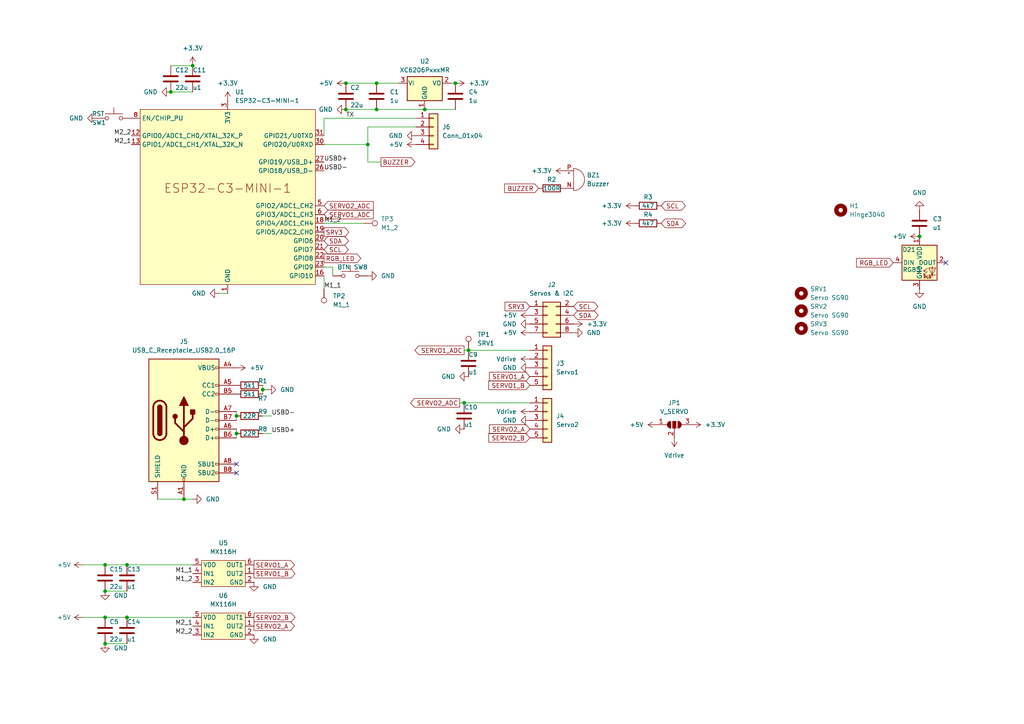
<source format=kicad_sch>
(kicad_sch (version 20250114) (generator "eeschema") (generator_version "9.0")
  (paper "A4")
  (lib_symbols
    (symbol "Connector:TestPoint" (pin_numbers (hide yes)) (pin_names (offset 0.762) (hide yes))
      (property "Reference" "TP" (at 0 6.858 0))
      (property "Value" "TestPoint" (at 0 5.08 0))
      (symbol "TestPoint_0_1"
        (circle (center 0 3.302) (radius 0.762))
      )
      (symbol "TestPoint_1_1"
        (pin passive line (at 0 0 90) (length 2.54) (name "1") (number "1"))
      )
    )
    (symbol "Connector:USB_C_Receptacle_USB2.0_16P" (pin_names (offset 1.016))
      (property "Reference" "J" (at 0 22.225 0))
      (property "Value" "USB_C_Receptacle_USB2.0_16P" (at 0 19.685 0))
      (symbol "USB_C_Receptacle_USB2.0_16P_0_0"
        (rectangle (start -0.254 -17.78) (end 0.254 -16.764))
        (rectangle (start 10.16 15.494) (end 9.144 14.986))
        (rectangle (start 10.16 10.414) (end 9.144 9.906))
        (rectangle (start 10.16 7.874) (end 9.144 7.366))
        (rectangle (start 10.16 2.794) (end 9.144 2.286))
        (rectangle (start 10.16 0.254) (end 9.144 -0.254))
        (rectangle (start 10.16 -2.286) (end 9.144 -2.794))
        (rectangle (start 10.16 -4.826) (end 9.144 -5.334))
        (rectangle (start 10.16 -12.446) (end 9.144 -12.954))
        (rectangle (start 10.16 -14.986) (end 9.144 -15.494))
      )
      (symbol "USB_C_Receptacle_USB2.0_16P_0_1"
        (rectangle (start -10.16 17.78) (end 10.16 -17.78) (stroke (width 0.254)) (fill (type background)))
        (polyline (pts (xy -8.89 -3.81) (xy -8.89 3.81)) (stroke (width 0.508)))
        (rectangle (start -7.62 -3.81) (end -6.35 3.81) (stroke (width 0.254)) (fill (type outline)))
        (arc (start -7.62 3.81) (mid -6.985 4.4423) (end -6.35 3.81) (stroke (width 0.254)))
        (arc (start -7.62 3.81) (mid -6.985 4.4423) (end -6.35 3.81) (stroke (width 0.254)) (fill (type outline)))
        (arc (start -8.89 3.81) (mid -6.985 5.7067) (end -5.08 3.81) (stroke (width 0.508)))
        (arc (start -5.08 -3.81) (mid -6.985 -5.7067) (end -8.89 -3.81) (stroke (width 0.508)))
        (arc (start -6.35 -3.81) (mid -6.985 -4.4423) (end -7.62 -3.81) (stroke (width 0.254)))
        (arc (start -6.35 -3.81) (mid -6.985 -4.4423) (end -7.62 -3.81) (stroke (width 0.254)) (fill (type outline)))
        (polyline (pts (xy -5.08 3.81) (xy -5.08 -3.81)) (stroke (width 0.508)))
        (circle (center -2.54 1.143) (radius 0.635) (stroke (width 0.254)) (fill (type outline)))
        (polyline (pts (xy -1.27 4.318) (xy 0 6.858) (xy 1.27 4.318) (xy -1.27 4.318)) (stroke (width 0.254)) (fill (type outline)))
        (polyline (pts (xy 0 -2.032) (xy 2.54 0.508) (xy 2.54 1.778)) (stroke (width 0.508)))
        (polyline (pts (xy 0 -3.302) (xy -2.54 -0.762) (xy -2.54 0.508)) (stroke (width 0.508)))
        (polyline (pts (xy 0 -5.842) (xy 0 4.318)) (stroke (width 0.508)))
        (circle (center 0 -5.842) (radius 1.27) (fill (type outline)))
        (rectangle (start 1.905 1.778) (end 3.175 3.048) (stroke (width 0.254)) (fill (type outline)))
      )
      (symbol "USB_C_Receptacle_USB2.0_16P_1_1"
        (pin passive line (at -7.62 -22.86 90) (length 5.08) (name "SHIELD") (number "S1"))
        (pin passive line (at 0 -22.86 90) (length 5.08) (name "GND") (number "A1"))
        (pin passive line (at 0 -22.86 90) (length 5.08) (hide yes) (name "GND") (number "A12"))
        (pin passive line (at 0 -22.86 90) (length 5.08) (hide yes) (name "GND") (number "B1"))
        (pin passive line (at 0 -22.86 90) (length 5.08) (hide yes) (name "GND") (number "B12"))
        (pin passive line (at 15.24 15.24 180) (length 5.08) (name "VBUS") (number "A4"))
        (pin passive line (at 15.24 15.24 180) (length 5.08) (hide yes) (name "VBUS") (number "A9"))
        (pin passive line (at 15.24 15.24 180) (length 5.08) (hide yes) (name "VBUS") (number "B4"))
        (pin passive line (at 15.24 15.24 180) (length 5.08) (hide yes) (name "VBUS") (number "B9"))
        (pin bidirectional line (at 15.24 10.16 180) (length 5.08) (name "CC1") (number "A5"))
        (pin bidirectional line (at 15.24 7.62 180) (length 5.08) (name "CC2") (number "B5"))
        (pin bidirectional line (at 15.24 2.54 180) (length 5.08) (name "D-") (number "A7"))
        (pin bidirectional line (at 15.24 0 180) (length 5.08) (name "D-") (number "B7"))
        (pin bidirectional line (at 15.24 -2.54 180) (length 5.08) (name "D+") (number "A6"))
        (pin bidirectional line (at 15.24 -5.08 180) (length 5.08) (name "D+") (number "B6"))
        (pin bidirectional line (at 15.24 -12.7 180) (length 5.08) (name "SBU1") (number "A8"))
        (pin bidirectional line (at 15.24 -15.24 180) (length 5.08) (name "SBU2") (number "B8"))
      )
    )
    (symbol "Connector_Generic:Conn_01x04" (pin_names (offset 1.016) (hide yes))
      (property "Reference" "J" (at 0 5.08 0))
      (property "Value" "Conn_01x04" (at 0 -7.62 0))
      (symbol "Conn_01x04_1_1"
        (rectangle (start -1.27 3.81) (end 1.27 -6.35) (stroke (width 0.254)) (fill (type background)))
        (rectangle (start -1.27 2.667) (end 0 2.413) (stroke (width 0.1524)))
        (rectangle (start -1.27 0.127) (end 0 -0.127) (stroke (width 0.1524)))
        (rectangle (start -1.27 -2.413) (end 0 -2.667) (stroke (width 0.1524)))
        (rectangle (start -1.27 -4.953) (end 0 -5.207) (stroke (width 0.1524)))
        (pin passive line (at -5.08 2.54 0) (length 3.81) (name "Pin_1") (number "1"))
        (pin passive line (at -5.08 0 0) (length 3.81) (name "Pin_2") (number "2"))
        (pin passive line (at -5.08 -2.54 0) (length 3.81) (name "Pin_3") (number "3"))
        (pin passive line (at -5.08 -5.08 0) (length 3.81) (name "Pin_4") (number "4"))
      )
    )
    (symbol "Connector_Generic:Conn_01x05" (pin_names (offset 1.016) (hide yes))
      (property "Reference" "J" (at 0 7.62 0))
      (property "Value" "Conn_01x05" (at 0 -7.62 0))
      (symbol "Conn_01x05_1_1"
        (rectangle (start -1.27 6.35) (end 1.27 -6.35) (stroke (width 0.254)) (fill (type background)))
        (rectangle (start -1.27 5.207) (end 0 4.953) (stroke (width 0.1524)))
        (rectangle (start -1.27 2.667) (end 0 2.413) (stroke (width 0.1524)))
        (rectangle (start -1.27 0.127) (end 0 -0.127) (stroke (width 0.1524)))
        (rectangle (start -1.27 -2.413) (end 0 -2.667) (stroke (width 0.1524)))
        (rectangle (start -1.27 -4.953) (end 0 -5.207) (stroke (width 0.1524)))
        (pin passive line (at -5.08 5.08 0) (length 3.81) (name "Pin_1") (number "1"))
        (pin passive line (at -5.08 2.54 0) (length 3.81) (name "Pin_2") (number "2"))
        (pin passive line (at -5.08 0 0) (length 3.81) (name "Pin_3") (number "3"))
        (pin passive line (at -5.08 -2.54 0) (length 3.81) (name "Pin_4") (number "4"))
        (pin passive line (at -5.08 -5.08 0) (length 3.81) (name "Pin_5") (number "5"))
      )
    )
    (symbol "Connector_Generic:Conn_02x04_Odd_Even" (pin_names (offset 1.016) (hide yes))
      (property "Reference" "J" (at 1.27 5.08 0))
      (property "Value" "Conn_02x04_Odd_Even" (at 1.27 -7.62 0))
      (symbol "Conn_02x04_Odd_Even_1_1"
        (rectangle (start -1.27 3.81) (end 3.81 -6.35) (stroke (width 0.254)) (fill (type background)))
        (rectangle (start -1.27 2.667) (end 0 2.413) (stroke (width 0.1524)))
        (rectangle (start -1.27 0.127) (end 0 -0.127) (stroke (width 0.1524)))
        (rectangle (start -1.27 -2.413) (end 0 -2.667) (stroke (width 0.1524)))
        (rectangle (start -1.27 -4.953) (end 0 -5.207) (stroke (width 0.1524)))
        (rectangle (start 3.81 2.667) (end 2.54 2.413) (stroke (width 0.1524)))
        (rectangle (start 3.81 0.127) (end 2.54 -0.127) (stroke (width 0.1524)))
        (rectangle (start 3.81 -2.413) (end 2.54 -2.667) (stroke (width 0.1524)))
        (rectangle (start 3.81 -4.953) (end 2.54 -5.207) (stroke (width 0.1524)))
        (pin passive line (at -5.08 2.54 0) (length 3.81) (name "Pin_1") (number "1"))
        (pin passive line (at -5.08 0 0) (length 3.81) (name "Pin_3") (number "3"))
        (pin passive line (at -5.08 -2.54 0) (length 3.81) (name "Pin_5") (number "5"))
        (pin passive line (at -5.08 -5.08 0) (length 3.81) (name "Pin_7") (number "7"))
        (pin passive line (at 7.62 2.54 180) (length 3.81) (name "Pin_2") (number "2"))
        (pin passive line (at 7.62 0 180) (length 3.81) (name "Pin_4") (number "4"))
        (pin passive line (at 7.62 -2.54 180) (length 3.81) (name "Pin_6") (number "6"))
        (pin passive line (at 7.62 -5.08 180) (length 3.81) (name "Pin_8") (number "8"))
      )
    )
    (symbol "Device:C" (pin_numbers (hide yes)) (pin_names (offset 0.254))
      (property "Reference" "C" (at 0.635 2.54 0))
      (property "Value" "C" (at 0.635 -2.54 0))
      (symbol "C_0_1"
        (polyline (pts (xy -2.032 0.762) (xy 2.032 0.762)) (stroke (width 0.508)))
        (polyline (pts (xy -2.032 -0.762) (xy 2.032 -0.762)) (stroke (width 0.508)))
      )
      (symbol "C_1_1"
        (pin passive line (at 0 3.81 270) (length 2.794) (name "~") (number "1"))
        (pin passive line (at 0 -3.81 90) (length 2.794) (name "~") (number "2"))
      )
    )
    (symbol "Device:R" (pin_numbers (hide yes)) (pin_names (offset 0))
      (property "Reference" "R" (at 2.032 0 90))
      (property "Value" "R" (at 0 0 90))
      (symbol "R_0_1"
        (rectangle (start -1.016 -2.54) (end 1.016 2.54) (stroke (width 0.254)))
      )
      (symbol "R_1_1"
        (pin passive line (at 0 3.81 270) (length 1.27) (name "~") (number "1"))
        (pin passive line (at 0 -3.81 90) (length 1.27) (name "~") (number "2"))
      )
    )
    (symbol "Espressif:ESP32-C3-MINI-1"
      (property "Reference" "U" (at -25.4 30.48 0))
      (property "Value" "ESP32-C3-MINI-1" (at -25.4 27.94 0))
      (symbol "ESP32-C3-MINI-1_0_0"
        (text "ESP32-C3-MINI-1" (at 0 2.54 0) (effects (font (size 2.54 2.54))))
      )
      (symbol "ESP32-C3-MINI-1_0_1"
        (rectangle (start -25.4 25.4) (end 25.4 -25.4) (fill (type background)))
      )
      (symbol "ESP32-C3-MINI-1_1_1"
        (pin input line (at -27.94 22.86 0) (length 2.54) (name "EN/CHIP_PU") (number "8"))
        (pin bidirectional line (at -27.94 17.78 0) (length 2.54) (name "GPIO0/ADC1_CH0/XTAL_32K_P") (number "12"))
        (pin bidirectional line (at -27.94 15.24 0) (length 2.54) (name "GPIO1/ADC1_CH1/XTAL_32K_N") (number "13"))
        (pin no_connect line (at -25.4 10.16 0) (length 2.54) (hide yes) (name "NC") (number "4"))
        (pin no_connect line (at -25.4 7.62 0) (length 2.54) (hide yes) (name "NC") (number "7"))
        (pin no_connect line (at -25.4 5.08 0) (length 2.54) (hide yes) (name "NC") (number "9"))
        (pin no_connect line (at -25.4 2.54 0) (length 2.54) (hide yes) (name "NC") (number "10"))
        (pin no_connect line (at -25.4 0 0) (length 2.54) (hide yes) (name "NC") (number "15"))
        (pin no_connect line (at -25.4 -2.54 0) (length 2.54) (hide yes) (name "NC") (number "17"))
        (pin no_connect line (at -25.4 -5.08 0) (length 2.54) (hide yes) (name "NC") (number "24"))
        (pin no_connect line (at -25.4 -7.62 0) (length 2.54) (hide yes) (name "NC") (number "25"))
        (pin no_connect line (at -25.4 -10.16 0) (length 2.54) (hide yes) (name "NC") (number "28"))
        (pin no_connect line (at -25.4 -12.7 0) (length 2.54) (hide yes) (name "NC") (number "29"))
        (pin no_connect line (at -25.4 -15.24 0) (length 2.54) (hide yes) (name "NC") (number "32"))
        (pin no_connect line (at -25.4 -17.78 0) (length 2.54) (hide yes) (name "NC") (number "33"))
        (pin no_connect line (at -25.4 -20.32 0) (length 2.54) (hide yes) (name "NC") (number "34"))
        (pin no_connect line (at -25.4 -22.86 0) (length 2.54) (hide yes) (name "NC") (number "35"))
        (pin power_in line (at 0 27.94 270) (length 2.54) (name "3V3") (number "3"))
        (pin power_in line (at 0 -27.94 90) (length 2.54) (name "GND") (number "1"))
        (pin passive line (at 0 -27.94 90) (length 2.54) (hide yes) (name "GND") (number "11"))
        (pin passive line (at 0 -27.94 90) (length 2.54) (hide yes) (name "GND") (number "14"))
        (pin passive line (at 0 -27.94 90) (length 2.54) (hide yes) (name "GND") (number "2"))
        (pin passive line (at 0 -27.94 90) (length 2.54) (hide yes) (name "GND") (number "36"))
        (pin passive line (at 0 -27.94 90) (length 2.54) (hide yes) (name "GND") (number "37"))
        (pin passive line (at 0 -27.94 90) (length 2.54) (hide yes) (name "GND") (number "38"))
        (pin passive line (at 0 -27.94 90) (length 2.54) (hide yes) (name "GND") (number "39"))
        (pin passive line (at 0 -27.94 90) (length 2.54) (hide yes) (name "GND") (number "40"))
        (pin passive line (at 0 -27.94 90) (length 2.54) (hide yes) (name "GND") (number "41"))
        (pin passive line (at 0 -27.94 90) (length 2.54) (hide yes) (name "GND") (number "42"))
        (pin passive line (at 0 -27.94 90) (length 2.54) (hide yes) (name "GND") (number "43"))
        (pin passive line (at 0 -27.94 90) (length 2.54) (hide yes) (name "GND") (number "44"))
        (pin passive line (at 0 -27.94 90) (length 2.54) (hide yes) (name "GND") (number "45"))
        (pin passive line (at 0 -27.94 90) (length 2.54) (hide yes) (name "GND") (number "46"))
        (pin passive line (at 0 -27.94 90) (length 2.54) (hide yes) (name "GND") (number "47"))
        (pin passive line (at 0 -27.94 90) (length 2.54) (hide yes) (name "GND") (number "48"))
        (pin passive line (at 0 -27.94 90) (length 2.54) (hide yes) (name "GND") (number "49"))
        (pin passive line (at 0 -27.94 90) (length 2.54) (hide yes) (name "GND") (number "50"))
        (pin passive line (at 0 -27.94 90) (length 2.54) (hide yes) (name "GND") (number "51"))
        (pin passive line (at 0 -27.94 90) (length 2.54) (hide yes) (name "GND") (number "52"))
        (pin passive line (at 0 -27.94 90) (length 2.54) (hide yes) (name "GND") (number "53"))
        (pin bidirectional line (at 27.94 17.78 180) (length 2.54) (name "GPIO21/U0TXD") (number "31"))
        (pin bidirectional line (at 27.94 15.24 180) (length 2.54) (name "GPIO20/U0RXD") (number "30"))
        (pin bidirectional line (at 27.94 10.16 180) (length 2.54) (name "GPIO19/USB_D+") (number "27"))
        (pin bidirectional line (at 27.94 7.62 180) (length 2.54) (name "GPIO18/USB_D-") (number "26"))
        (pin bidirectional line (at 27.94 -2.54 180) (length 2.54) (name "GPIO2/ADC1_CH2") (number "5"))
        (pin bidirectional line (at 27.94 -5.08 180) (length 2.54) (name "GPIO3/ADC1_CH3") (number "6"))
        (pin bidirectional line (at 27.94 -7.62 180) (length 2.54) (name "GPIO4/ADC1_CH4") (number "18"))
        (pin bidirectional line (at 27.94 -10.16 180) (length 2.54) (name "GPIO5/ADC2_CH0") (number "19"))
        (pin bidirectional line (at 27.94 -12.7 180) (length 2.54) (name "GPIO6") (number "20"))
        (pin bidirectional line (at 27.94 -15.24 180) (length 2.54) (name "GPIO7") (number "21"))
        (pin bidirectional line (at 27.94 -17.78 180) (length 2.54) (name "GPIO8") (number "22"))
        (pin bidirectional line (at 27.94 -20.32 180) (length 2.54) (name "GPIO9") (number "23"))
        (pin bidirectional line (at 27.94 -22.86 180) (length 2.54) (name "GPIO10") (number "16"))
      )
    )
    (symbol "Jumper:SolderJumper_3_Open" (pin_names (offset 0) (hide yes)) (in_bom no)
      (property "Reference" "JP" (at -2.54 -2.54 0))
      (property "Value" "SolderJumper_3_Open" (at 0 2.794 0))
      (symbol "SolderJumper_3_Open_0_1"
        (polyline (pts (xy -2.54 0) (xy -2.032 0)))
        (polyline (pts (xy -1.016 1.016) (xy -1.016 -1.016)))
        (arc (start -1.016 -1.016) (mid -2.0276 0) (end -1.016 1.016))
        (arc (start -1.016 -1.016) (mid -2.0276 0) (end -1.016 1.016) (fill (type outline)))
        (rectangle (start -0.508 1.016) (end 0.508 -1.016) (fill (type outline)))
        (polyline (pts (xy 0 -1.27) (xy 0 -1.016)))
        (arc (start 1.016 1.016) (mid 2.0276 0) (end 1.016 -1.016))
        (arc (start 1.016 1.016) (mid 2.0276 0) (end 1.016 -1.016) (fill (type outline)))
        (polyline (pts (xy 1.016 1.016) (xy 1.016 -1.016)))
        (polyline (pts (xy 2.54 0) (xy 2.032 0)))
      )
      (symbol "SolderJumper_3_Open_1_1"
        (pin passive line (at -5.08 0 0) (length 2.54) (name "A") (number "1"))
        (pin passive line (at 0 -3.81 90) (length 2.54) (name "C") (number "2"))
        (pin passive line (at 5.08 0 180) (length 2.54) (name "B") (number "3"))
      )
    )
    (symbol "Mechanical:MountingHole" (pin_names (offset 1.016)) (in_bom no)
      (property "Reference" "H" (at 0 5.08 0))
      (property "Value" "MountingHole" (at 0 3.175 0))
      (symbol "MountingHole_0_1"
        (circle (center 0 0) (radius 1.27) (stroke (width 1.27)))
      )
    )
    (symbol "Regulator_Linear:XC6206PxxxMR" (pin_names (offset 0.254))
      (property "Reference" "U" (at -3.81 3.175 0))
      (property "Value" "XC6206PxxxMR" (at 0 3.175 0))
      (symbol "XC6206PxxxMR_0_1"
        (rectangle (start -5.08 1.905) (end 5.08 -5.08) (stroke (width 0.254)) (fill (type background)))
      )
      (symbol "XC6206PxxxMR_1_1"
        (pin power_in line (at -7.62 0 0) (length 2.54) (name "VI") (number "3"))
        (pin power_in line (at 0 -7.62 90) (length 2.54) (name "GND") (number "1"))
        (pin power_out line (at 7.62 0 180) (length 2.54) (name "VO") (number "2"))
      )
    )
    (symbol "Switch:SW_Push" (pin_numbers (hide yes)) (pin_names (offset 1.016) (hide yes))
      (property "Reference" "SW" (at 1.27 2.54 0))
      (property "Value" "SW_Push" (at 0 -1.524 0))
      (symbol "SW_Push_0_1"
        (circle (center -2.032 0) (radius 0.508))
        (polyline (pts (xy 0 1.27) (xy 0 3.048)))
        (circle (center 2.032 0) (radius 0.508))
        (polyline (pts (xy 2.54 1.27) (xy -2.54 1.27)))
        (pin passive line (at -5.08 0 0) (length 2.54) (name "1") (number "1"))
        (pin passive line (at 5.08 0 180) (length 2.54) (name "2") (number "2"))
      )
    )
    (symbol "liebler_MECH:Buzzer" (pin_names (offset 0.0254) (hide yes))
      (property "Reference" "BZ" (at 3.81 1.27 0))
      (property "Value" "Buzzer" (at 3.81 -1.27 0))
      (symbol "Buzzer_0_1"
        (polyline (pts (xy -1.651 1.905) (xy -1.143 1.905)))
        (polyline (pts (xy -1.397 2.159) (xy -1.397 1.651)))
        (arc (start 0 3.175) (mid 3.1612 0) (end 0 -3.175))
        (polyline (pts (xy 0 3.175) (xy 0 -3.175)))
      )
      (symbol "Buzzer_1_1"
        (pin passive line (at -2.54 2.54 0) (length 2.54) (name "+") (number "P"))
        (pin passive line (at -2.54 -2.54 0) (length 2.54) (name "-") (number "N"))
      )
    )
    (symbol "liebler_OPTO:SK6812MINI-E_Reverse" (pin_names (offset 0.254))
      (property "Reference" "D" (at 5.08 5.715 0))
      (property "Value" "SK6812MINI-E_Reverse" (at 1.27 -5.715 0))
      (symbol "SK6812MINI-E_Reverse_0_0"
        (text "RGB" (at 2.286 -4.191 0) (effects (font (size 0.762 0.762))))
      )
      (symbol "SK6812MINI-E_Reverse_0_1"
        (rectangle (start -5.08 5.08) (end 5.08 -5.08) (stroke (width 0.254)) (fill (type background)))
        (polyline (pts (xy 1.27 -2.54) (xy 1.778 -2.54)))
        (polyline (pts (xy 1.27 -3.556) (xy 1.778 -3.556)))
        (polyline (pts (xy 2.286 -1.524) (xy 1.27 -2.54) (xy 1.27 -2.032)))
        (polyline (pts (xy 2.286 -2.54) (xy 1.27 -3.556) (xy 1.27 -3.048)))
        (polyline (pts (xy 3.683 -1.016) (xy 3.683 -3.556) (xy 3.683 -4.064)))
        (polyline (pts (xy 4.699 -1.524) (xy 2.667 -1.524) (xy 3.683 -3.556) (xy 4.699 -1.524)))
        (polyline (pts (xy 4.699 -3.556) (xy 2.667 -3.556)))
      )
      (symbol "SK6812MINI-E_Reverse_1_1"
        (pin input line (at -7.62 0 0) (length 2.54) (name "DIN") (number "4"))
        (pin power_in line (at 0 7.62 270) (length 2.54) (name "VDD") (number "1"))
        (pin power_in line (at 0 -7.62 90) (length 2.54) (name "GND") (number "3"))
        (pin output line (at 7.62 0 180) (length 2.54) (name "DOUT") (number "2"))
      )
    )
    (symbol "liebler_SEMICONDUCTORS:MX116H"
      (property "Reference" "U" (at 0 5.08 0))
      (property "Value" "MX116H" (at 0 7.62 0))
      (symbol "MX116H_0_1"
        (rectangle (start -6.35 3.81) (end 6.35 -3.81) (fill (type background)))
      )
      (symbol "MX116H_1_1"
        (pin power_in line (at -8.89 2.54 0) (length 2.54) (name "VDD") (number "5"))
        (pin input line (at -8.89 0 0) (length 2.54) (name "IN1") (number "4"))
        (pin input line (at -8.89 -2.54 0) (length 2.54) (name "IN2") (number "3"))
        (pin output line (at 8.89 2.54 180) (length 2.54) (name "OUT1") (number "6"))
        (pin output line (at 8.89 0 180) (length 2.54) (name "OUT2") (number "1"))
        (pin power_in line (at 8.89 -2.54 180) (length 2.54) (name "GND") (number "2"))
      )
    )
    (symbol "power:+3.3V" (power) (pin_numbers (hide yes)) (pin_names (offset 0) (hide yes))
      (property "Value" "+3.3V" (at 0 3.556 0))
      (symbol "+3.3V_0_1"
        (polyline (pts (xy -0.762 1.27) (xy 0 2.54)))
        (polyline (pts (xy 0 2.54) (xy 0.762 1.27)))
        (polyline (pts (xy 0 0) (xy 0 2.54)))
      )
      (symbol "+3.3V_1_1"
        (pin power_in line (at 0 0 90) (length 0) (name "~") (number "1"))
      )
    )
    (symbol "power:+5V" (power) (pin_numbers (hide yes)) (pin_names (offset 0) (hide yes))
      (property "Value" "+5V" (at 0 3.556 0))
      (symbol "+5V_0_1"
        (polyline (pts (xy -0.762 1.27) (xy 0 2.54)))
        (polyline (pts (xy 0 2.54) (xy 0.762 1.27)))
        (polyline (pts (xy 0 0) (xy 0 2.54)))
      )
      (symbol "+5V_1_1"
        (pin power_in line (at 0 0 90) (length 0) (name "~") (number "1"))
      )
    )
    (symbol "power:GND" (power) (pin_numbers (hide yes)) (pin_names (offset 0) (hide yes))
      (property "Value" "GND" (at 0 -3.81 0))
      (symbol "GND_0_1"
        (polyline (pts (xy 0 0) (xy 0 -1.27) (xy 1.27 -1.27) (xy 0 -2.54) (xy -1.27 -1.27) (xy 0 -1.27)))
      )
      (symbol "GND_1_1"
        (pin power_in line (at 0 0 270) (length 0) (name "~") (number "1"))
      )
    )
    (symbol "power:Vdrive" (power) (pin_numbers (hide yes)) (pin_names (offset 0) (hide yes))
      (property "Value" "Vdrive" (at 0 3.556 0))
      (symbol "Vdrive_0_1"
        (polyline (pts (xy -0.762 1.27) (xy 0 2.54)))
        (polyline (pts (xy 0 2.54) (xy 0.762 1.27)))
        (polyline (pts (xy 0 0) (xy 0 2.54)))
      )
      (symbol "Vdrive_1_1"
        (pin power_in line (at 0 0 90) (length 0) (name "~") (number "1"))
      )
    )
  )
  (junction (at 134.62 116.84))
  (junction (at 123.19 31.75))
  (junction (at 109.22 24.13))
  (junction (at 100.33 24.13))
  (junction (at 68.58 125.73))
  (junction (at 100.33 31.75))
  (junction (at 135.89 101.6))
  (junction (at 53.34 144.78))
  (junction (at 30.48 186.69))
  (junction (at 109.22 31.75))
  (junction (at 132.08 24.13))
  (junction (at 76.2 113.03))
  (junction (at 266.7 68.58))
  (junction (at 30.48 163.83))
  (junction (at 55.88 19.05))
  (junction (at 36.83 179.07))
  (junction (at 49.53 26.67))
  (junction (at 30.48 179.07))
  (junction (at 68.58 120.65))
  (junction (at 36.83 163.83))
  (junction (at 106.68 41.91))
  (junction (at 30.48 171.45))
  (no_connect (at 274.32 76.2))
  (no_connect (at 68.58 137.16))
  (no_connect (at 68.58 134.62))
  (wire (pts (xy 30.48 179.07) (xy 36.83 179.07)))
  (wire (pts (xy 76.2 125.73) (xy 78.74 125.73)))
  (wire (pts (xy 123.19 31.75) (xy 132.08 31.75)))
  (wire (pts (xy 68.58 119.38) (xy 68.58 120.65)))
  (wire (pts (xy 49.53 26.67) (xy 55.88 26.67)))
  (wire (pts (xy 76.2 113.03) (xy 76.2 114.3)))
  (wire (pts (xy 49.53 19.05) (xy 55.88 19.05)))
  (wire (pts (xy 36.83 179.07) (xy 55.88 179.07)))
  (wire (pts (xy 100.33 31.75) (xy 109.22 31.75)))
  (wire (pts (xy 36.83 163.83) (xy 55.88 163.83)))
  (wire (pts (xy 24.13 179.07) (xy 30.48 179.07)))
  (wire (pts (xy 93.98 80.01) (xy 93.98 83.82)))
  (wire (pts (xy 93.98 34.29) (xy 93.98 39.37)))
  (wire (pts (xy 63.5 85.09) (xy 66.04 85.09)))
  (wire (pts (xy 68.58 124.46) (xy 68.58 125.73)))
  (wire (pts (xy 30.48 163.83) (xy 36.83 163.83)))
  (wire (pts (xy 120.65 34.29) (xy 93.98 34.29)))
  (wire (pts (xy 100.33 24.13) (xy 109.22 24.13)))
  (wire (pts (xy 93.98 41.91) (xy 106.68 41.91)))
  (wire (pts (xy 109.22 24.13) (xy 115.57 24.13)))
  (wire (pts (xy 93.98 64.77) (xy 105.41 64.77)))
  (wire (pts (xy 135.89 101.6) (xy 153.67 101.6)))
  (wire (pts (xy 134.62 116.84) (xy 153.67 116.84)))
  (wire (pts (xy 120.65 36.83) (xy 106.68 36.83)))
  (wire (pts (xy 30.48 186.69) (xy 36.83 186.69)))
  (wire (pts (xy 53.34 144.78) (xy 55.88 144.78)))
  (wire (pts (xy 96.52 77.47) (xy 93.98 77.47)))
  (wire (pts (xy 133.35 116.84) (xy 134.62 116.84)))
  (wire (pts (xy 45.72 144.78) (xy 53.34 144.78)))
  (wire (pts (xy 30.48 171.45) (xy 36.83 171.45)))
  (wire (pts (xy 106.68 46.99) (xy 106.68 41.91)))
  (wire (pts (xy 96.52 80.01) (xy 96.52 77.47)))
  (wire (pts (xy 109.22 31.75) (xy 123.19 31.75)))
  (wire (pts (xy 68.58 125.73) (xy 68.58 127)))
  (wire (pts (xy 76.2 113.03) (xy 77.47 113.03)))
  (wire (pts (xy 134.62 101.6) (xy 135.89 101.6)))
  (wire (pts (xy 76.2 111.76) (xy 76.2 113.03)))
  (wire (pts (xy 76.2 120.65) (xy 78.74 120.65)))
  (wire (pts (xy 110.49 46.99) (xy 106.68 46.99)))
  (wire (pts (xy 68.58 120.65) (xy 68.58 121.92)))
  (wire (pts (xy 106.68 36.83) (xy 106.68 41.91)))
  (wire (pts (xy 24.13 163.83) (xy 30.48 163.83)))
  (wire (pts (xy 130.81 24.13) (xy 132.08 24.13)))
  (label "M2_2" (at 55.88 184.15 180))
  (label "M1_2" (at 93.98 64.77 0))
  (label "M2_1" (at 38.1 41.91 180))
  (label "TX" (at 100.33 34.29 0))
  (label "USBD+" (at 78.74 125.73 0))
  (label "USBD-" (at 78.74 120.65 0))
  (label "M1_2" (at 55.88 168.91 180))
  (label "M2_2" (at 38.1 39.37 180))
  (label "M1_1" (at 93.98 83.82 0))
  (label "M2_1" (at 55.88 181.61 180))
  (label "USBD+" (at 93.98 46.99 0))
  (label "USBD-" (at 93.98 49.53 0))
  (label "M1_1" (at 55.88 166.37 180))
  (global_label "SERVO1_B" (shape output) (at 73.66 166.37 0) (property "Intersheetrefs" "${INTERSHEET_REFS}" (effects (hide yes))))
  (global_label "SERVO1_B" (shape input) (at 153.67 111.76 180) (property "Intersheetrefs" "${INTERSHEET_REFS}" (effects (hide yes))))
  (global_label "BUZZER" (shape output) (at 110.49 46.99 0) (property "Intersheetrefs" "${INTERSHEET_REFS}" (effects (hide yes))))
  (global_label "SDA" (shape bidirectional) (at 191.77 64.77 0) (property "Intersheetrefs" "${INTERSHEET_REFS}" (effects (hide yes))))
  (global_label "SERVO2_A" (shape input) (at 153.67 124.46 180) (property "Intersheetrefs" "${INTERSHEET_REFS}" (effects (hide yes))))
  (global_label "SERVO1_ADC" (shape input) (at 93.98 62.23 0) (property "Intersheetrefs" "${INTERSHEET_REFS}" (effects (hide yes))))
  (global_label "SCL" (shape bidirectional) (at 191.77 59.69 0) (property "Intersheetrefs" "${INTERSHEET_REFS}" (effects (hide yes))))
  (global_label "SCL" (shape bidirectional) (at 166.37 88.9 0) (property "Intersheetrefs" "${INTERSHEET_REFS}" (effects (hide yes))))
  (global_label "SERVO2_A" (shape output) (at 73.66 181.61 0) (property "Intersheetrefs" "${INTERSHEET_REFS}" (effects (hide yes))))
  (global_label "SRV3" (shape output) (at 93.98 67.31 0) (property "Intersheetrefs" "${INTERSHEET_REFS}" (effects (hide yes))))
  (global_label "SERVO2_ADC" (shape output) (at 133.35 116.84 180) (property "Intersheetrefs" "${INTERSHEET_REFS}" (effects (hide yes))))
  (global_label "SDA" (shape bidirectional) (at 166.37 91.44 0) (property "Intersheetrefs" "${INTERSHEET_REFS}" (effects (hide yes))))
  (global_label "SERVO1_A" (shape input) (at 153.67 109.22 180) (property "Intersheetrefs" "${INTERSHEET_REFS}" (effects (hide yes))))
  (global_label "SDA" (shape bidirectional) (at 93.98 69.85 0) (property "Intersheetrefs" "${INTERSHEET_REFS}" (effects (hide yes))))
  (global_label "SERVO2_B" (shape output) (at 73.66 179.07 0) (property "Intersheetrefs" "${INTERSHEET_REFS}" (effects (hide yes))))
  (global_label "BUZZER" (shape input) (at 156.21 54.61 180) (property "Intersheetrefs" "${INTERSHEET_REFS}" (effects (hide yes))))
  (global_label "SERVO2_ADC" (shape input) (at 93.98 59.69 0) (property "Intersheetrefs" "${INTERSHEET_REFS}" (effects (hide yes))))
  (global_label "RGB_LED" (shape input) (at 259.08 76.2 180) (property "Intersheetrefs" "${INTERSHEET_REFS}" (effects (hide yes))))
  (global_label "SERVO1_A" (shape output) (at 73.66 163.83 0) (property "Intersheetrefs" "${INTERSHEET_REFS}" (effects (hide yes))))
  (global_label "SERVO1_ADC" (shape output) (at 134.62 101.6 180) (property "Intersheetrefs" "${INTERSHEET_REFS}" (effects (hide yes))))
  (global_label "SERVO2_B" (shape input) (at 153.67 127 180) (property "Intersheetrefs" "${INTERSHEET_REFS}" (effects (hide yes))))
  (global_label "RGB_LED" (shape output) (at 93.98 74.93 0) (property "Intersheetrefs" "${INTERSHEET_REFS}" (effects (hide yes))))
  (global_label "SRV3" (shape input) (at 153.67 88.9 180) (property "Intersheetrefs" "${INTERSHEET_REFS}" (effects (hide yes))))
  (global_label "SCL" (shape bidirectional) (at 93.98 72.39 0) (property "Intersheetrefs" "${INTERSHEET_REFS}" (effects (hide yes))))
  (symbol (lib_id "power:GND") (at 134.62 124.46 270) (unit 1)
    (property "Reference" "#PWR038" (effects (hide yes)))
    (property "Value" "GND" (at 130.81 124.4599 90) (effects (justify right)))
    (property "Description" "Power symbol creates a global label with name \"GND\" , ground" (effects (hide yes)))
  )
  (symbol (lib_id "liebler_SEMICONDUCTORS:MX116H") (at 64.77 166.37 0) (unit 1)
    (property "Reference" "U5" (at 64.77 157.48 0))
    (property "Value" "MX116H" (at 64.77 160.02 0))
    (property "Footprint" "Package_TO_SOT_SMD:SOT-23-6" (effects (hide yes)))
  )
  (symbol (lib_id "power:+5V") (at 100.33 24.13 90) (unit 1)
    (property "Reference" "#PWR021" (effects (hide yes)))
    (property "Value" "+5V" (at 96.52 24.1299 90) (effects (justify left)))
    (property "Description" "Power symbol creates a global label with name \"+5V\"" (effects (hide yes)))
  )
  (symbol (lib_id "Jumper:SolderJumper_3_Open") (at 195.58 123.19 0) (unit 1) (in_bom no)
    (property "Reference" "JP1" (at 195.58 116.84 0))
    (property "Value" "V_SERVO" (at 195.58 119.38 0))
    (property "Footprint" "Jumper:SolderJumper-3_P1.3mm_Bridged2Bar12_RoundedPad1.0x1.5mm_NumberLabels" (effects (hide yes)))
    (property "Description" "Solder Jumper, 3-pole, open" (effects (hide yes)))
  )
  (symbol (lib_id "Connector_Generic:Conn_01x04") (at 125.73 36.83 0) (unit 1)
    (property "Reference" "J6" (at 128.27 36.8299 0) (effects (justify left)))
    (property "Value" "Conn_01x04" (at 128.27 39.3699 0) (effects (justify left)))
    (property "Footprint" "liebler_CONN:JST_XH_S4B-XH-A-1_1x04_P2.50mm_Horizontal_SmallerCourtyard" (effects (hide yes)))
    (property "Description" "Generic connector, single row, 01x04, script generated (kicad-library-utils/schlib/autogen/connector/)" (effects (hide yes)))
  )
  (symbol (lib_id "Device:C") (at 266.7 64.77 180) (unit 1)
    (property "Reference" "C3" (at 270.51 63.4999 0) (effects (justify right)))
    (property "Value" "u1" (at 270.51 66.0399 0) (effects (justify right)))
    (property "Footprint" "Capacitor_SMD:C_0402_1005Metric" (effects (hide yes)))
    (property "Description" "Unpolarized capacitor" (effects (hide yes)))
  )
  (symbol (lib_id "liebler_SEMICONDUCTORS:MX116H") (at 64.77 181.61 0) (unit 1)
    (property "Reference" "U6" (at 64.77 172.72 0))
    (property "Value" "MX116H" (at 64.77 175.26 0))
    (property "Footprint" "Package_TO_SOT_SMD:SOT-23-6" (effects (hide yes)))
  )
  (symbol (lib_id "Device:R") (at 72.39 120.65 90) (unit 1)
    (property "Reference" "R9" (at 76.2 119.38 90))
    (property "Value" "22R" (at 72.39 120.65 90))
    (property "Footprint" "Resistor_SMD:R_0402_1005Metric" (effects (hide yes)))
    (property "Description" "Resistor" (effects (hide yes)))
  )
  (symbol (lib_id "power:GND") (at 266.7 60.96 180) (unit 1)
    (property "Reference" "#PWR033" (effects (hide yes)))
    (property "Value" "GND" (at 266.7 55.88 0))
    (property "Description" "Power symbol creates a global label with name \"GND\" , ground" (effects (hide yes)))
  )
  (symbol (lib_id "Connector_Generic:Conn_01x05") (at 158.75 121.92 0) (unit 1)
    (property "Reference" "J4" (at 161.29 120.6499 0) (effects (justify left)))
    (property "Value" "Servo2" (at 161.29 123.1899 0) (effects (justify left)))
    (property "Footprint" "Connector_JST:JST_XH_B5B-XH-A_1x05_P2.50mm_Vertical" (effects (hide yes)))
    (property "Description" "Generic connector, single row, 01x05, script generated (kicad-library-utils/schlib/autogen/connector/)" (effects (hide yes)))
  )
  (symbol (lib_id "Device:C") (at 55.88 22.86 0) (unit 1)
    (property "Reference" "C11" (at 55.88 20.32 0) (effects (justify left)))
    (property "Value" "u1" (at 55.88 25.4 0) (effects (justify left)))
    (property "Footprint" "Capacitor_SMD:C_0402_1005Metric" (effects (hide yes)))
  )
  (symbol (lib_id "power:GND") (at 120.65 39.37 270) (unit 1)
    (property "Reference" "#PWR04" (effects (hide yes)))
    (property "Value" "GND" (at 116.84 39.3699 90) (effects (justify right)))
    (property "Description" "Power symbol creates a global label with name \"GND\" , ground" (effects (hide yes)))
  )
  (symbol (lib_id "Mechanical:MountingHole") (at 232.41 95.25 0) (unit 1) (in_bom no)
    (property "Reference" "SRV3" (at 234.95 93.9799 0) (effects (justify left)))
    (property "Value" "Servo SG90" (at 234.95 96.5199 0) (effects (justify left)))
    (property "Footprint" "liebler_MECH:SG90_vertical_PCB" (effects (hide yes)))
    (property "Description" "Mounting Hole without connection" (effects (hide yes)))
  )
  (symbol (lib_id "power:GND") (at 30.48 186.69 0) (unit 1)
    (property "Reference" "#PWR0102" (effects (hide yes)))
    (property "Value" "GND" (at 33.02 187.9599 0) (effects (justify left)))
  )
  (symbol (lib_id "Device:C") (at 30.48 167.64 0) (unit 1)
    (property "Reference" "C15" (at 31.75 165.1 0) (effects (justify left)))
    (property "Value" "22u" (at 31.75 170.18 0) (effects (justify left)))
    (property "Footprint" "Capacitor_SMD:C_0603_1608Metric" (effects (hide yes)))
    (property "Description" "Unpolarized capacitor" (effects (hide yes)))
  )
  (symbol (lib_id "power:+3.3V") (at 184.15 59.69 90) (unit 1)
    (property "Reference" "#PWR013" (effects (hide yes)))
    (property "Value" "+3.3V" (at 180.34 59.6899 90) (effects (justify left)))
    (property "Description" "Power symbol creates a global label with name \"+3.3V\"" (effects (hide yes)))
  )
  (symbol (lib_id "Device:R") (at 160.02 54.61 270) (unit 1)
    (property "Reference" "R2" (at 160.02 52.07 90))
    (property "Value" "100R" (at 160.02 54.61 90))
    (property "Footprint" "Resistor_SMD:R_0805_2012Metric_Pad1.20x1.40mm_HandSolder" (effects (hide yes)))
    (property "Description" "Resistor" (effects (hide yes)))
  )
  (symbol (lib_id "power:Vdrive") (at 153.67 119.38 90) (unit 1)
    (property "Reference" "#PWR08" (effects (hide yes)))
    (property "Value" "Vdrive" (at 149.86 119.3799 90) (effects (justify left)))
    (property "Description" "Power symbol creates a global label with name \"Vdrive\"" (effects (hide yes)))
  )
  (symbol (lib_id "Device:C") (at 109.22 27.94 0) (unit 1)
    (property "Reference" "C1" (at 113.03 26.6699 0) (effects (justify left)))
    (property "Value" "1u" (at 113.03 29.2099 0) (effects (justify left)))
    (property "Footprint" "Capacitor_SMD:C_0402_1005Metric" (effects (hide yes)))
    (property "Description" "Unpolarized capacitor" (effects (hide yes)))
  )
  (symbol (lib_id "Device:C") (at 135.89 105.41 0) (unit 1)
    (property "Reference" "C9" (at 135.89 102.87 0) (effects (justify left)))
    (property "Value" "u1" (at 135.89 107.95 0) (effects (justify left)))
    (property "Footprint" "Capacitor_SMD:C_0805_2012Metric_Pad1.18x1.45mm_HandSolder" (effects (hide yes)))
    (property "Description" "Unpolarized capacitor" (effects (hide yes)))
  )
  (symbol (lib_id "Connector:USB_C_Receptacle_USB2.0_16P") (at 53.34 121.92 0) (unit 1)
    (property "Reference" "J5" (at 53.34 99.06 0))
    (property "Value" "USB_C_Receptacle_USB2.0_16P" (at 53.34 101.6 0))
    (property "Footprint" "Connector_USB:USB_C_Receptacle_HRO_TYPE-C-31-M-12" (effects (hide yes)))
    (property "Datasheet" "https://www.usb.org/sites/default/files/documents/usb_type-c.zip" (effects (hide yes)))
    (property "Description" "USB 2.0-only 16P Type-C Receptacle connector" (effects (hide yes)))
  )
  (symbol (lib_id "power:+3.3V") (at 132.08 24.13 270) (unit 1)
    (property "Reference" "#PWR020" (effects (hide yes)))
    (property "Value" "+3.3V" (at 135.89 24.1299 90) (effects (justify left)))
    (property "Description" "Power symbol creates a global label with name \"+3.3V\"" (effects (hide yes)))
  )
  (symbol (lib_id "Connector:TestPoint") (at 135.89 101.6 0) (unit 1)
    (property "Reference" "TP1" (at 138.43 97.0279 0) (effects (justify left)))
    (property "Value" "SRV1" (at 138.43 99.5679 0) (effects (justify left)))
    (property "Footprint" "TestPoint:TestPoint_Pad_1.5x1.5mm" (effects (hide yes)))
    (property "Description" "test point" (effects (hide yes)))
  )
  (symbol (lib_id "power:GND") (at 55.88 144.78 90) (unit 1)
    (property "Reference" "#PWR016" (effects (hide yes)))
    (property "Value" "GND" (at 59.69 144.7799 90) (effects (justify right)))
    (property "Description" "Power symbol creates a global label with name \"GND\" , ground" (effects (hide yes)))
  )
  (symbol (lib_id "Connector:TestPoint") (at 93.98 83.82 180) (unit 1)
    (property "Reference" "TP2" (at 96.52 85.8519 0) (effects (justify right)))
    (property "Value" "M1_1" (at 96.52 88.3919 0) (effects (justify right)))
    (property "Footprint" "TestPoint:TestPoint_Pad_1.5x1.5mm" (effects (hide yes)))
    (property "Description" "test point" (effects (hide yes)))
  )
  (symbol (lib_id "Espressif:ESP32-C3-MINI-1") (at 66.04 57.15 0) (unit 1)
    (property "Reference" "U1" (at 68.1833 26.67 0) (effects (justify left)))
    (property "Value" "ESP32-C3-MINI-1" (at 68.1833 29.21 0) (effects (justify left)))
    (property "Footprint" "Espressif:ESP32-C3-MINI-1" (effects (hide yes)))
    (property "Datasheet" "https://www.espressif.com/sites/default/files/documentation/esp32-c3-mini-1_datasheet_en.pdf" (effects (hide yes)))
    (property "Description" "ESP32-C3-MINI-1 family is an ultra-low-power MCU-based SoC solution that supports 2.4 GHz Wi-Fi and Bluetooth®Low Energy (Bluetooth LE)." (effects (hide yes)))
  )
  (symbol (lib_id "Device:R") (at 187.96 59.69 270) (unit 1)
    (property "Reference" "R3" (at 187.96 57.15 90))
    (property "Value" "4k7" (at 187.96 59.69 90))
    (property "Footprint" "Resistor_SMD:R_0402_1005Metric" (effects (hide yes)))
    (property "Description" "Resistor" (effects (hide yes)))
  )
  (symbol (lib_id "power:Vdrive") (at 195.58 127 180) (unit 1)
    (property "Reference" "#PWR07" (effects (hide yes)))
    (property "Value" "Vdrive" (at 195.58 132.08 0))
    (property "Description" "Power symbol creates a global label with name \"Vdrive\"" (effects (hide yes)))
  )
  (symbol (lib_id "power:+5V") (at 68.58 106.68 270) (unit 1)
    (property "Reference" "#PWR018" (effects (hide yes)))
    (property "Value" "+5V" (at 72.39 106.6799 90) (effects (justify left)))
    (property "Description" "Power symbol creates a global label with name \"+5V\"" (effects (hide yes)))
  )
  (symbol (lib_id "Mechanical:MountingHole") (at 232.41 90.17 0) (unit 1) (in_bom no)
    (property "Reference" "SRV2" (at 234.95 88.8999 0) (effects (justify left)))
    (property "Value" "Servo SG90" (at 234.95 91.4399 0) (effects (justify left)))
    (property "Footprint" "liebler_MECH:SG90_PCB" (effects (hide yes)))
    (property "Description" "Mounting Hole without connection" (effects (hide yes)))
  )
  (symbol (lib_id "Connector:TestPoint") (at 105.41 64.77 270) (unit 1)
    (property "Reference" "TP3" (at 110.49 63.4999 90) (effects (justify left)))
    (property "Value" "M1_2" (at 110.49 66.0399 90) (effects (justify left)))
    (property "Footprint" "TestPoint:TestPoint_Pad_1.5x1.5mm" (effects (hide yes)))
    (property "Description" "test point" (effects (hide yes)))
  )
  (symbol (lib_id "power:GND") (at 166.37 96.52 90) (unit 1)
    (property "Reference" "#PWR017" (effects (hide yes)))
    (property "Value" "GND" (at 170.18 96.5199 90) (effects (justify right)))
    (property "Description" "Power symbol creates a global label with name \"GND\" , ground" (effects (hide yes)))
  )
  (symbol (lib_id "power:GND") (at 153.67 93.98 270) (unit 1)
    (property "Reference" "#PWR06" (effects (hide yes)))
    (property "Value" "GND" (at 149.86 93.9799 90) (effects (justify right)))
    (property "Description" "Power symbol creates a global label with name \"GND\" , ground" (effects (hide yes)))
  )
  (symbol (lib_id "power:+3.3V") (at 184.15 64.77 90) (unit 1)
    (property "Reference" "#PWR014" (effects (hide yes)))
    (property "Value" "+3.3V" (at 180.34 64.7699 90) (effects (justify left)))
    (property "Description" "Power symbol creates a global label with name \"+3.3V\"" (effects (hide yes)))
  )
  (symbol (lib_id "liebler_OPTO:SK6812MINI-E_Reverse") (at 266.7 76.2 0) (unit 1)
    (property "Reference" "D21" (at 263.652 72.39 0))
    (property "Value" "RGB3" (at 264.414 78.232 0))
    (property "Footprint" "liebler_OPTO:SK6812MINI-E_REV" (effects (hide yes)))
    (property "MPN" "SK6812MINI-EA" (effects (hide yes)))
    (property "Manufacturer" "OPSCO Optoelectronics" (effects (hide yes)))
  )
  (symbol (lib_id "power:GND") (at 153.67 121.92 270) (unit 1)
    (property "Reference" "#PWR023" (effects (hide yes)))
    (property "Value" "GND" (at 149.86 121.9199 90) (effects (justify right)))
    (property "Description" "Power symbol creates a global label with name \"GND\" , ground" (effects (hide yes)))
  )
  (symbol (lib_id "power:+3.3V") (at 66.04 29.21 0) (unit 1)
    (property "Reference" "#PWR019" (effects (hide yes)))
    (property "Value" "+3.3V" (at 66.04 24.13 0))
    (property "Description" "Power symbol creates a global label with name \"+3.3V\"" (effects (hide yes)))
  )
  (symbol (lib_id "Device:R") (at 187.96 64.77 270) (unit 1)
    (property "Reference" "R4" (at 187.96 62.23 90))
    (property "Value" "4k7" (at 187.96 64.77 90))
    (property "Footprint" "Resistor_SMD:R_0402_1005Metric" (effects (hide yes)))
    (property "Description" "Resistor" (effects (hide yes)))
  )
  (symbol (lib_id "power:+5V") (at 24.13 179.07 90) (unit 1)
    (property "Reference" "#PWR028" (effects (hide yes)))
    (property "Value" "+5V" (at 16.51 179.07 90) (effects (justify right)))
  )
  (symbol (lib_id "Device:C") (at 134.62 120.65 0) (unit 1)
    (property "Reference" "C10" (at 134.62 118.11 0) (effects (justify left)))
    (property "Value" "u1" (at 134.62 123.19 0) (effects (justify left)))
    (property "Footprint" "Capacitor_SMD:C_0805_2012Metric_Pad1.18x1.45mm_HandSolder" (effects (hide yes)))
    (property "Description" "Unpolarized capacitor" (effects (hide yes)))
  )
  (symbol (lib_id "power:Vdrive") (at 153.67 104.14 90) (unit 1)
    (property "Reference" "#PWR025" (effects (hide yes)))
    (property "Value" "Vdrive" (at 149.86 104.1399 90) (effects (justify left)))
    (property "Description" "Power symbol creates a global label with name \"Vdrive\"" (effects (hide yes)))
  )
  (symbol (lib_id "Device:R") (at 72.39 125.73 90) (unit 1)
    (property "Reference" "R8" (at 76.2 124.46 90))
    (property "Value" "22R" (at 72.39 125.73 90))
    (property "Footprint" "Resistor_SMD:R_0402_1005Metric" (effects (hide yes)))
    (property "Description" "Resistor" (effects (hide yes)))
  )
  (symbol (lib_id "Device:C") (at 36.83 182.88 0) (unit 1)
    (property "Reference" "C14" (at 36.83 180.34 0) (effects (justify left)))
    (property "Value" "u1" (at 36.83 185.42 0) (effects (justify left)))
    (property "Footprint" "Capacitor_SMD:C_0402_1005Metric" (effects (hide yes)))
  )
  (symbol (lib_id "power:+3.3V") (at 163.83 49.53 90) (unit 1)
    (property "Reference" "#PWR010" (effects (hide yes)))
    (property "Value" "+3.3V" (at 160.02 49.5299 90) (effects (justify left)))
    (property "Description" "Power symbol creates a global label with name \"+3.3V\"" (effects (hide yes)))
  )
  (symbol (lib_id "liebler_MECH:Buzzer") (at 166.37 52.07 0) (unit 1)
    (property "Reference" "BZ1" (at 170.18 50.7999 0) (effects (justify left)))
    (property "Value" "Buzzer" (at 170.18 53.3399 0) (effects (justify left)))
    (property "Footprint" "liebler_MECH:XDCR_CMT-7525-80-SMT-TR_handsolder" (effects (hide yes)))
    (property "Description" "Buzzer, polarized" (effects (hide yes)))
  )
  (symbol (lib_id "power:GND") (at 106.68 80.01 90) (unit 1)
    (property "Reference" "#PWR039" (effects (hide yes)))
    (property "Value" "GND" (at 110.49 80.0099 90) (effects (justify right)))
    (property "Description" "Power symbol creates a global label with name \"GND\" , ground" (effects (hide yes)))
  )
  (symbol (lib_id "power:GND") (at 266.7 83.82 0) (unit 1)
    (property "Reference" "#PWR037" (effects (hide yes)))
    (property "Value" "GND" (at 266.7 88.9 0))
    (property "Description" "Power symbol creates a global label with name \"GND\" , ground" (effects (hide yes)))
  )
  (symbol (lib_id "Switch:SW_Push") (at 33.02 34.29 0) (mirror y) (unit 1)
    (property "Reference" "SW1" (at 26.67 35.56 0) (effects (justify right)))
    (property "Value" "RST" (at 26.67 33.02 0) (effects (justify right)))
    (property "Footprint" "liebler_MECH:SW_Push_1P1T_NO_6x6mm_H6.5mm_Reverse" (effects (hide yes)))
    (property "MPN" "TS-1095E-A6B3-D2" (effects (hide yes)))
    (property "Manufacturer" "Yuandi" (effects (hide yes)))
  )
  (symbol (lib_id "Device:C") (at 132.08 27.94 0) (unit 1)
    (property "Reference" "C4" (at 135.89 26.6699 0) (effects (justify left)))
    (property "Value" "1u" (at 135.89 29.2099 0) (effects (justify left)))
    (property "Footprint" "Capacitor_SMD:C_0402_1005Metric" (effects (hide yes)))
    (property "Description" "Unpolarized capacitor" (effects (hide yes)))
  )
  (symbol (lib_id "power:+3.3V") (at 55.88 19.05 0) (unit 1)
    (property "Reference" "#PWR01" (effects (hide yes)))
    (property "Value" "+3.3V" (at 55.88 13.97 0))
    (property "Description" "Power symbol creates a global label with name \"+3.3V\"" (effects (hide yes)))
  )
  (symbol (lib_id "power:+5V") (at 190.5 123.19 90) (unit 1)
    (property "Reference" "#PWR040" (effects (hide yes)))
    (property "Value" "+5V" (at 186.69 123.1899 90) (effects (justify left)))
    (property "Description" "Power symbol creates a global label with name \"+5V\"" (effects (hide yes)))
  )
  (symbol (lib_id "power:+3.3V") (at 200.66 123.19 270) (unit 1)
    (property "Reference" "#PWR024" (effects (hide yes)))
    (property "Value" "+3.3V" (at 204.47 123.1899 90) (effects (justify left)))
    (property "Description" "Power symbol creates a global label with name \"+3.3V\"" (effects (hide yes)))
  )
  (symbol (lib_id "power:GND") (at 49.53 26.67 270) (unit 1)
    (property "Reference" "#PWR02" (effects (hide yes)))
    (property "Value" "GND" (at 45.72 26.6699 90) (effects (justify right)))
    (property "Description" "Power symbol creates a global label with name \"GND\" , ground" (effects (hide yes)))
  )
  (symbol (lib_id "power:+5V") (at 153.67 96.52 90) (unit 1)
    (property "Reference" "#PWR015" (effects (hide yes)))
    (property "Value" "+5V" (at 149.86 96.5199 90) (effects (justify left)))
    (property "Description" "Power symbol creates a global label with name \"+5V\"" (effects (hide yes)))
  )
  (symbol (lib_id "power:+5V") (at 266.7 68.58 90) (unit 1)
    (property "Reference" "#PWR034" (effects (hide yes)))
    (property "Value" "+5V" (at 262.89 68.5799 90) (effects (justify left)))
    (property "Description" "Power symbol creates a global label with name \"+5V\"" (effects (hide yes)))
  )
  (symbol (lib_id "power:+5V") (at 153.67 91.44 90) (unit 1)
    (property "Reference" "#PWR03" (effects (hide yes)))
    (property "Value" "+5V" (at 149.86 91.4399 90) (effects (justify left)))
    (property "Description" "Power symbol creates a global label with name \"+5V\"" (effects (hide yes)))
  )
  (symbol (lib_id "power:+3.3V") (at 166.37 93.98 270) (unit 1)
    (property "Reference" "#PWR012" (effects (hide yes)))
    (property "Value" "+3.3V" (at 170.18 93.9799 90) (effects (justify left)))
    (property "Description" "Power symbol creates a global label with name \"+3.3V\"" (effects (hide yes)))
  )
  (symbol (lib_id "power:GND") (at 100.33 31.75 270) (unit 1)
    (property "Reference" "#PWR030" (effects (hide yes)))
    (property "Value" "GND" (at 96.52 31.7499 90) (effects (justify right)))
    (property "Description" "Power symbol creates a global label with name \"GND\" , ground" (effects (hide yes)))
  )
  (symbol (lib_id "power:GND") (at 135.89 109.22 270) (unit 1)
    (property "Reference" "#PWR036" (effects (hide yes)))
    (property "Value" "GND" (at 132.08 109.2199 90) (effects (justify right)))
    (property "Description" "Power symbol creates a global label with name \"GND\" , ground" (effects (hide yes)))
  )
  (symbol (lib_id "power:GND") (at 63.5 85.09 270) (unit 1)
    (property "Reference" "#PWR09" (effects (hide yes)))
    (property "Value" "GND" (at 59.69 85.0899 90) (effects (justify right)))
    (property "Description" "Power symbol creates a global label with name \"GND\" , ground" (effects (hide yes)))
  )
  (symbol (lib_id "power:GND") (at 30.48 171.45 0) (unit 1)
    (property "Reference" "#PWR027" (effects (hide yes)))
    (property "Value" "GND" (at 33.02 172.7199 0) (effects (justify left)))
  )
  (symbol (lib_id "Mechanical:MountingHole") (at 232.41 85.09 0) (unit 1) (in_bom no)
    (property "Reference" "SRV1" (at 234.95 83.8199 0) (effects (justify left)))
    (property "Value" "Servo SG90" (at 234.95 86.3599 0) (effects (justify left)))
    (property "Footprint" "liebler_MECH:SG90_PCB" (effects (hide yes)))
    (property "Description" "Mounting Hole without connection" (effects (hide yes)))
  )
  (symbol (lib_id "Device:R") (at 72.39 111.76 90) (unit 1)
    (property "Reference" "R1" (at 76.2 110.49 90))
    (property "Value" "5k1" (at 72.39 111.76 90))
    (property "Footprint" "Resistor_SMD:R_0402_1005Metric" (effects (hide yes)))
    (property "Description" "Resistor" (effects (hide yes)))
  )
  (symbol (lib_id "Switch:SW_Push") (at 101.6 80.01 0) (unit 1)
    (property "Reference" "SW8" (at 106.68 77.47 0) (effects (justify right)))
    (property "Value" "BTN" (at 101.6 77.47 0) (effects (justify right)))
    (property "Footprint" "liebler_MECH:SW_Push_1P1T_NO_6x6mm_H6.5mm_Reverse" (effects (hide yes)))
    (property "MPN" "TS-1095E-A6B3-D2" (effects (hide yes)))
    (property "Manufacturer" "Yuandi" (effects (hide yes)))
  )
  (symbol (lib_id "power:GND") (at 27.94 34.29 270) (unit 1)
    (property "Reference" "#PWR035" (effects (hide yes)))
    (property "Value" "GND" (at 24.13 34.2899 90) (effects (justify right)))
    (property "Description" "Power symbol creates a global label with name \"GND\" , ground" (effects (hide yes)))
  )
  (symbol (lib_id "Connector_Generic:Conn_01x05") (at 158.75 106.68 0) (unit 1)
    (property "Reference" "J3" (at 161.29 105.4099 0) (effects (justify left)))
    (property "Value" "Servo1" (at 161.29 107.9499 0) (effects (justify left)))
    (property "Footprint" "Connector_JST:JST_XH_B5B-XH-A_1x05_P2.50mm_Vertical" (effects (hide yes)))
    (property "Description" "Generic connector, single row, 01x05, script generated (kicad-library-utils/schlib/autogen/connector/)" (effects (hide yes)))
  )
  (symbol (lib_id "power:GND") (at 153.67 106.68 270) (unit 1)
    (property "Reference" "#PWR022" (effects (hide yes)))
    (property "Value" "GND" (at 149.86 106.6799 90) (effects (justify right)))
    (property "Description" "Power symbol creates a global label with name \"GND\" , ground" (effects (hide yes)))
  )
  (symbol (lib_id "Device:C") (at 100.33 27.94 0) (unit 1)
    (property "Reference" "C2" (at 101.6 25.4 0) (effects (justify left)))
    (property "Value" "22u" (at 101.6 30.48 0) (effects (justify left)))
    (property "Footprint" "Capacitor_SMD:C_0603_1608Metric" (effects (hide yes)))
    (property "Description" "Unpolarized capacitor" (effects (hide yes)))
  )
  (symbol (lib_id "Device:C") (at 49.53 22.86 0) (unit 1)
    (property "Reference" "C12" (at 50.8 20.32 0) (effects (justify left)))
    (property "Value" "22u" (at 50.8 25.4 0) (effects (justify left)))
    (property "Footprint" "Capacitor_SMD:C_0603_1608Metric" (effects (hide yes)))
    (property "Description" "Unpolarized capacitor" (effects (hide yes)))
  )
  (symbol (lib_id "power:GND") (at 73.66 184.15 0) (unit 1)
    (property "Reference" "#PWR026" (effects (hide yes)))
    (property "Value" "GND" (at 76.2 185.4199 0) (effects (justify left)))
  )
  (symbol (lib_id "power:GND") (at 73.66 168.91 0) (unit 1)
    (property "Reference" "#PWR029" (effects (hide yes)))
    (property "Value" "GND" (at 76.2 170.1799 0) (effects (justify left)))
  )
  (symbol (lib_id "Regulator_Linear:XC6206PxxxMR") (at 123.19 24.13 0) (unit 1)
    (property "Reference" "U2" (at 123.19 17.78 0))
    (property "Value" "XC6206PxxxMR" (at 123.19 20.32 0))
    (property "Footprint" "Package_TO_SOT_SMD:SOT-23-3" (effects (hide yes)))
    (property "Datasheet" "https://www.torexsemi.com/file/xc6206/XC6206.pdf" (effects (hide yes)))
    (property "Description" "Positive 60-250mA Low Dropout Regulator, Fixed Output, SOT-23" (effects (hide yes)))
  )
  (symbol (lib_id "Mechanical:MountingHole") (at 243.84 60.96 0) (unit 1) (in_bom no)
    (property "Reference" "H1" (at 246.38 59.6899 0) (effects (justify left)))
    (property "Value" "Hinge3040" (at 246.38 62.2299 0) (effects (justify left)))
    (property "Footprint" "liebler_MECH:Hinge_3040" (effects (hide yes)))
    (property "Description" "Mounting Hole without connection" (effects (hide yes)))
  )
  (symbol (lib_id "Device:C") (at 30.48 182.88 0) (unit 1)
    (property "Reference" "C5" (at 31.75 180.34 0) (effects (justify left)))
    (property "Value" "22u" (at 31.75 185.42 0) (effects (justify left)))
    (property "Footprint" "Capacitor_SMD:C_0603_1608Metric" (effects (hide yes)))
    (property "Description" "Unpolarized capacitor" (effects (hide yes)))
  )
  (symbol (lib_id "Connector_Generic:Conn_02x04_Odd_Even") (at 158.75 91.44 0) (unit 1)
    (property "Reference" "J2" (at 160.02 82.55 0))
    (property "Value" "Servos & I2C" (at 160.02 85.09 0))
    (property "Footprint" "Connector_PinHeader_2.54mm:PinHeader_2x04_P2.54mm_Vertical_SMD" (effects (hide yes)))
    (property "Description" "Generic connector, double row, 02x04, odd/even pin numbering scheme (row 1 odd numbers, row 2 even numbers), script generated (kicad-library-utils/schlib/autogen/connector/)" (effects (hide yes)))
  )
  (symbol (lib_id "power:+5V") (at 120.65 41.91 90) (unit 1)
    (property "Reference" "#PWR031" (effects (hide yes)))
    (property "Value" "+5V" (at 116.84 41.9099 90) (effects (justify left)))
    (property "Description" "Power symbol creates a global label with name \"+5V\"" (effects (hide yes)))
  )
  (symbol (lib_id "Device:R") (at 72.39 114.3 90) (unit 1)
    (property "Reference" "R7" (at 76.2 115.57 90))
    (property "Value" "5k1" (at 72.39 114.3 90))
    (property "Footprint" "Resistor_SMD:R_0402_1005Metric" (effects (hide yes)))
    (property "Description" "Resistor" (effects (hide yes)))
  )
  (symbol (lib_id "power:GND") (at 77.47 113.03 90) (unit 1)
    (property "Reference" "#PWR011" (effects (hide yes)))
    (property "Value" "GND" (at 81.28 113.0299 90) (effects (justify right)))
    (property "Description" "Power symbol creates a global label with name \"GND\" , ground" (effects (hide yes)))
  )
  (symbol (lib_id "power:+5V") (at 24.13 163.83 90) (unit 1)
    (property "Reference" "#PWR0101" (effects (hide yes)))
    (property "Value" "+5V" (at 16.51 163.83 90) (effects (justify right)))
  )
  (symbol (lib_id "Device:C") (at 36.83 167.64 0) (unit 1)
    (property "Reference" "C13" (at 36.83 165.1 0) (effects (justify left)))
    (property "Value" "u1" (at 36.83 170.18 0) (effects (justify left)))
    (property "Footprint" "Capacitor_SMD:C_0402_1005Metric" (effects (hide yes)))
  )
)
</source>
